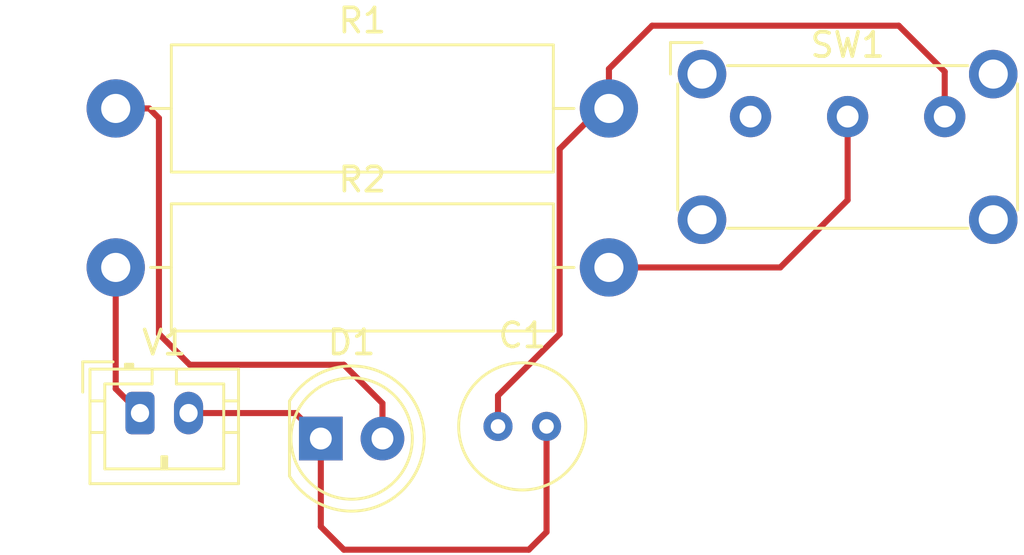
<source format=kicad_pcb>
(kicad_pcb (version 20211014) (generator pcbnew)
  (layers (0 "F.Cu" signal) (31 "B.Cu" signal) (34 "B.Paste" user) (35 "F.Paste" user) (36 "B.SilkS" user "B.Silkscreen") (37 "F.SilkS" user "F.Silkscreen") (38 "B.Mask" user) (39 "F.Mask" user) (44 "Edge.Cuts" user))
  (net 0 "")
  (net 1 "Net-(C1-Pad1)")
  (net 2 "Net-(C1-Pad2)")
  (net 3 "Net-(R1-Pad1)")
  (net 4 "Net-(R2-Pad1)")
  (net 5 "Net-(R2-Pad2)")
  (footprint "Connector_JST:JST_PH_B2B-PH-K_1x02_P2.00mm_Vertical" (layer "F.Cu") (at 119.87 94.7)
    (fp_text reference "V1" (at 1 -2.9) (layer "F.SilkS"))
    (fp_text value "Conn_01x02_Male")
    (fp_line (start 4.06 -0.5) (end 3.45 -0.5) (layer "F.SilkS") (width 0.12))
    (fp_line (start 4.06 0.8) (end 3.45 0.8) (layer "F.SilkS") (width 0.12))
    (fp_line (start -1.45 -1.2) (end -1.45 2.3) (layer "F.SilkS") (width 0.12))
    (fp_line (start 0.9 1.8) (end 1.1 1.8) (layer "F.SilkS") (width 0.12))
    (fp_line (start -2.06 -1.81) (end -2.06 2.91) (layer "F.SilkS") (width 0.12))
    (fp_line (start 0.9 2.3) (end 0.9 1.8) (layer "F.SilkS") (width 0.12))
    (fp_line (start 1.5 -1.2) (end 1.5 -1.81) (layer "F.SilkS") (width 0.12))
    (fp_line (start 4.06 2.91) (end 4.06 -1.81) (layer "F.SilkS") (width 0.12))
    (fp_line (start -0.6 -2.01) (end -0.6 -1.81) (layer "F.SilkS") (width 0.12))
    (fp_line (start 0.5 -1.81) (end 0.5 -1.2) (layer "F.SilkS") (width 0.12))
    (fp_line (start -2.06 -0.5) (end -1.45 -0.5) (layer "F.SilkS") (width 0.12))
    (fp_line (start 1 2.3) (end 1 1.8) (layer "F.SilkS") (width 0.12))
    (fp_line (start -0.3 -1.81) (end -0.3 -2.01) (layer "F.SilkS") (width 0.12))
    (fp_line (start -1.45 2.3) (end 3.45 2.3) (layer "F.SilkS") (width 0.12))
    (fp_line (start 0.5 -1.2) (end -1.45 -1.2) (layer "F.SilkS") (width 0.12))
    (fp_line (start -1.11 -2.11) (end -2.36 -2.11) (layer "F.SilkS") (width 0.12))
    (fp_line (start -2.36 -2.11) (end -2.36 -0.86) (layer "F.SilkS") (width 0.12))
    (fp_line (start -0.3 -2.01) (end -0.6 -2.01) (layer "F.SilkS") (width 0.12))
    (fp_line (start -0.3 -1.91) (end -0.6 -1.91) (layer "F.SilkS") (width 0.12))
    (fp_line (start 4.06 -1.81) (end -2.06 -1.81) (layer "F.SilkS") (width 0.12))
    (fp_line (start -2.06 0.8) (end -1.45 0.8) (layer "F.SilkS") (width 0.12))
    (fp_line (start 1.1 1.8) (end 1.1 2.3) (layer "F.SilkS") (width 0.12))
    (fp_line (start 3.45 -1.2) (end 1.5 -1.2) (layer "F.SilkS") (width 0.12))
    (fp_line (start 3.45 2.3) (end 3.45 -1.2) (layer "F.SilkS") (width 0.12))
    (fp_line (start -2.06 2.91) (end 4.06 2.91) (layer "F.SilkS") (width 0.12))
    (pad "1" thru_hole roundrect (at 0 0) (size 1.2 1.75) (drill 0.75) (layers *.Cu *.Mask) (roundrect_rratio 0.208333) (net 4 "Net-(R2-Pad1)"))
    (pad "2" thru_hole oval (at 2 0) (size 1.2 1.75) (drill 0.75) (layers *.Cu *.Mask) (net 2 "Net-(C1-Pad2)"))
  )
  (footprint "Button_Switch_THT:SW_E-Switch_EG1224_SPDT_Angled" (layer "F.Cu") (at 145.025 82.485)
    (fp_text reference "SW1" (at 4 -2.95) (layer "F.SilkS"))
    (fp_text value "SW_SPDT")
    (fp_line (start -0.95 -2.1) (end 8.95 -2.1) (layer "F.SilkS") (width 0.12))
    (fp_line (start 8.95 4.6) (end -0.95 4.6) (layer "F.SilkS") (width 0.12))
    (fp_line (start -3 3.85) (end -3 -1.35) (layer "F.SilkS") (width 0.12))
    (fp_line (start 11 -1.35) (end 11 3.85) (layer "F.SilkS") (width 0.12))
    (fp_line (start -3.3 -3.05) (end -2 -3.05) (layer "F.SilkS") (width 0.12))
    (fp_line (start -3.3 -1.75) (end -3.3 -3.05) (layer "F.SilkS") (width 0.12))
    (pad "" thru_hole circle (at 10 -1.75) (size 2 2) (drill 1.2) (layers *.Cu *.Mask))
    (pad "" thru_hole circle (at 10 4.25) (size 2 2) (drill 1.2) (layers *.Cu *.Mask))
    (pad "" thru_hole circle (at -2 -1.75) (size 2 2) (drill 1.2) (layers *.Cu *.Mask))
    (pad "" thru_hole circle (at -2 4.25) (size 2 2) (drill 1.2) (layers *.Cu *.Mask))
    (pad "1" thru_hole circle (at 0 0) (size 1.7 1.7) (drill 0.9) (layers *.Cu *.Mask))
    (pad "2" thru_hole circle (at 4 0) (size 1.7 1.7) (drill 0.9) (layers *.Cu *.Mask) (net 5 "Net-(R2-Pad2)"))
    (pad "3" thru_hole circle (at 8 0) (size 1.7 1.7) (drill 0.9) (layers *.Cu *.Mask) (net 1 "Net-(C1-Pad1)"))
  )
  (footprint "Resistor_THT:R_Axial_DIN0516_L15.5mm_D5.0mm_P20.32mm_Horizontal" (layer "F.Cu") (at 118.87 82.15)
    (fp_text reference "R1" (at 10.16 -3.62) (layer "F.SilkS"))
    (fp_text value "20kΩ")
    (fp_line (start 2.29 -2.62) (end 2.29 2.62) (layer "F.SilkS") (width 0.12))
    (fp_line (start 2.29 2.62) (end 18.03 2.62) (layer "F.SilkS") (width 0.12))
    (fp_line (start 18.03 2.62) (end 18.03 -2.62) (layer "F.SilkS") (width 0.12))
    (fp_line (start 1.44 0) (end 2.29 0) (layer "F.SilkS") (width 0.12))
    (fp_line (start 18.88 0) (end 18.03 0) (layer "F.SilkS") (width 0.12))
    (fp_line (start 18.03 -2.62) (end 2.29 -2.62) (layer "F.SilkS") (width 0.12))
    (pad "1" thru_hole circle (at 0 0) (size 2.4 2.4) (drill 1.2) (layers *.Cu *.Mask) (net 3 "Net-(R1-Pad1)"))
    (pad "2" thru_hole oval (at 20.32 0) (size 2.4 2.4) (drill 1.2) (layers *.Cu *.Mask) (net 1 "Net-(C1-Pad1)"))
  )
  (footprint "Capacitor_THT:C_Radial_D5.0mm_H5.0mm_P2.00mm" (layer "F.Cu") (at 134.62 95.25)
    (fp_text reference "C1" (at 1 -3.75) (layer "F.SilkS"))
    (fp_text value "4.7µF")
    (fp_circle (center 1 0) (end 3.62 0) (layer "F.SilkS") (width 0.12) (fill none))
    (pad "1" thru_hole circle (at 0 0) (size 1.2 1.2) (drill 0.6) (layers *.Cu *.Mask) (net 1 "Net-(C1-Pad1)"))
    (pad "2" thru_hole circle (at 2 0) (size 1.2 1.2) (drill 0.6) (layers *.Cu *.Mask) (net 2 "Net-(C1-Pad2)"))
  )
  (footprint "Resistor_THT:R_Axial_DIN0516_L15.5mm_D5.0mm_P20.32mm_Horizontal" (layer "F.Cu") (at 118.87 88.7)
    (fp_text reference "R2" (at 10.16 -3.62) (layer "F.SilkS"))
    (fp_text value "2.2kΩ")
    (fp_line (start 18.03 -2.62) (end 2.29 -2.62) (layer "F.SilkS") (width 0.12))
    (fp_line (start 18.88 0) (end 18.03 0) (layer "F.SilkS") (width 0.12))
    (fp_line (start 2.29 -2.62) (end 2.29 2.62) (layer "F.SilkS") (width 0.12))
    (fp_line (start 18.03 2.62) (end 18.03 -2.62) (layer "F.SilkS") (width 0.12))
    (fp_line (start 1.44 0) (end 2.29 0) (layer "F.SilkS") (width 0.12))
    (fp_line (start 2.29 2.62) (end 18.03 2.62) (layer "F.SilkS") (width 0.12))
    (pad "1" thru_hole circle (at 0 0) (size 2.4 2.4) (drill 1.2) (layers *.Cu *.Mask) (net 4 "Net-(R2-Pad1)"))
    (pad "2" thru_hole oval (at 20.32 0) (size 2.4 2.4) (drill 1.2) (layers *.Cu *.Mask) (net 5 "Net-(R2-Pad2)"))
  )
  (footprint "LED_THT:LED_D5.0mm" (layer "F.Cu") (at 127.32 95.75)
    (fp_text reference "D1" (at 1.27 -3.96) (layer "F.SilkS"))
    (fp_text value "D1")
    (fp_line (start -1.29 -1.545) (end -1.29 1.545) (layer "F.SilkS") (width 0.12))
    (fp_arc (start -1.29 -1.54483) (mid 2.072002 -2.880433) (end 4.26 0.000462) (layer "F.SilkS") (width 0.12))
    (fp_arc (start 4.26 -0.000462) (mid 2.072002 2.880433) (end -1.29 1.54483) (layer "F.SilkS") (width 0.12))
    (fp_circle (center 1.27 0) (end 3.77 0) (layer "F.SilkS") (width 0.12) (fill none))
    (pad "1" thru_hole rect (at 0 0) (size 1.8 1.8) (drill 0.9) (layers *.Cu *.Mask) (net 2 "Net-(C1-Pad2)"))
    (pad "2" thru_hole circle (at 2.54 0) (size 1.8 1.8) (drill 0.9) (layers *.Cu *.Mask) (net 3 "Net-(R1-Pad1)"))
  )
  (segment (start 137.16 83.82) (end 138.83 82.15) (width 0.25) (layer "F.Cu") (net 1))
  (segment (start 153.025 82.485) (end 153.025 80.635) (width 0.25) (layer "F.Cu") (net 1))
  (segment (start 140.97 78.74) (end 139.19 80.52) (width 0.25) (layer "F.Cu") (net 1))
  (segment (start 134.62 93.98) (end 137.16 91.44) (width 0.25) (layer "F.Cu") (net 1))
  (segment (start 138.83 82.15) (end 139.19 82.15) (width 0.25) (layer "F.Cu") (net 1))
  (segment (start 153.025 80.635) (end 151.13 78.74) (width 0.25) (layer "F.Cu") (net 1))
  (segment (start 151.13 78.74) (end 140.97 78.74) (width 0.25) (layer "F.Cu") (net 1))
  (segment (start 137.16 91.44) (end 137.16 83.82) (width 0.25) (layer "F.Cu") (net 1))
  (segment (start 134.62 95.25) (end 134.62 93.98) (width 0.25) (layer "F.Cu") (net 1))
  (segment (start 139.19 80.52) (end 139.19 82.15) (width 0.25) (layer "F.Cu") (net 1))
  (segment (start 128.27 100.33) (end 135.89 100.33) (width 0.25) (layer "F.Cu") (net 2))
  (segment (start 127.32 95.75) (end 127.32 99.38) (width 0.25) (layer "F.Cu") (net 2))
  (segment (start 127.32 99.38) (end 128.27 100.33) (width 0.25) (layer "F.Cu") (net 2))
  (segment (start 126.27 94.7) (end 127.32 95.75) (width 0.25) (layer "F.Cu") (net 2))
  (segment (start 136.62 99.6) (end 136.62 95.25) (width 0.25) (layer "F.Cu") (net 2))
  (segment (start 121.87 94.7) (end 126.27 94.7) (width 0.25) (layer "F.Cu") (net 2))
  (segment (start 135.89 100.33) (end 136.62 99.6) (width 0.25) (layer "F.Cu") (net 2))
  (segment (start 121.92 92.71) (end 128.27 92.71) (width 0.25) (layer "F.Cu") (net 3))
  (segment (start 128.27 92.71) (end 129.86 94.3) (width 0.25) (layer "F.Cu") (net 3))
  (segment (start 120.25 82.15) (end 120.65 82.55) (width 0.25) (layer "F.Cu") (net 3))
  (segment (start 120.65 82.55) (end 120.65 91.44) (width 0.25) (layer "F.Cu") (net 3))
  (segment (start 129.86 94.3) (end 129.86 95.75) (width 0.25) (layer "F.Cu") (net 3))
  (segment (start 118.87 82.15) (end 120.25 82.15) (width 0.25) (layer "F.Cu") (net 3))
  (segment (start 120.65 91.44) (end 121.92 92.71) (width 0.25) (layer "F.Cu") (net 3))
  (segment (start 119.87 94.7) (end 118.87 93.7) (width 0.25) (layer "F.Cu") (net 4))
  (segment (start 118.87 93.7) (end 118.87 88.7) (width 0.25) (layer "F.Cu") (net 4))
  (segment (start 139.19 88.7) (end 146.25 88.7) (width 0.25) (layer "F.Cu") (net 5))
  (segment (start 146.25 88.7) (end 149.025 85.925) (width 0.25) (layer "F.Cu") (net 5))
  (segment (start 149.025 85.925) (end 149.025 82.485) (width 0.25) (layer "F.Cu") (net 5))
)
</source>
